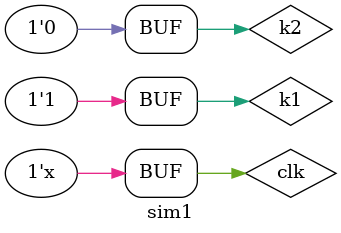
<source format=v>
`timescale 1ns / 1ps


module sim1;
    reg clk, k1, k2;
    wire [3:0] led;
    
    led_3color uut(
        .clk(clk),
        .k1(k1),
        .k2(k2),
        .led(led)
    );
    
    defparam uut.T0 = 3;
    defparam uut.T1 = 10;
    initial begin
       clk = 0;
       k1 = 0;
       k2 = 0;
       #10 k1 = !k1;
       #10 k1 = !k1;
       #10 k1 = !k1;
       #10 k1 = !k1;
       #10 k1 = !k1;
       #10 k1 = !k1;
       #10 k1 = !k1;
       #10 k1 = !k1;
       #10 k1 = 0;

        
       #30 k1 = !k1;
       
       
    end 
    
    
    
    always #10 clk = !clk;
endmodule

</source>
